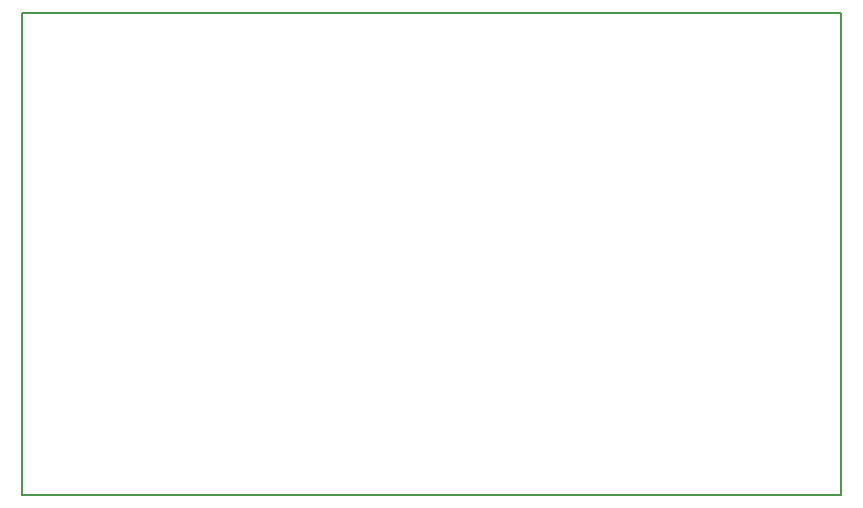
<source format=gbo>
G04 MADE WITH FRITZING*
G04 WWW.FRITZING.ORG*
G04 DOUBLE SIDED*
G04 HOLES PLATED*
G04 CONTOUR ON CENTER OF CONTOUR VECTOR*
%ASAXBY*%
%FSLAX23Y23*%
%MOIN*%
%OFA0B0*%
%SFA1.0B1.0*%
%ADD10R,2.739570X1.614030X2.723570X1.598030*%
%ADD11C,0.008000*%
%LNSILK0*%
G90*
G70*
G54D11*
X4Y1610D02*
X2736Y1610D01*
X2736Y4D01*
X4Y4D01*
X4Y1610D01*
D02*
G04 End of Silk0*
M02*
</source>
